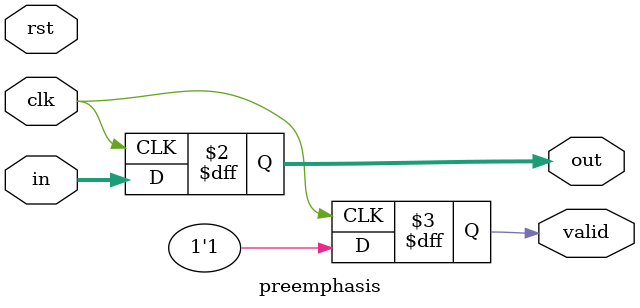
<source format=sv>

module preemphasis #(
	parameter SAMPLE_BITS = 12
)(
	input 								 clk,
	input 								 rst,
	input 		 [SAMPLE_BITS-1:0] in,
	output logic [SAMPLE_BITS-1:0] out,
	output logic						 valid
);
	
	always_ff @ (posedge clk) begin
		out <= in;
		valid <= 1'b1;
	end


endmodule
</source>
